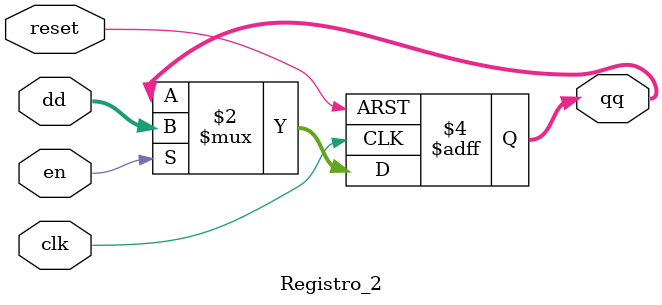
<source format=v>
`timescale 1ns / 1ps
module Registro_2(

input wire clk, reset ,
input wire en ,
input wire [1:0] dd ,
output reg [1:0] qq
);

always @(posedge clk, posedge reset)
if (reset)
qq <= 2'd0;
else if (en)
qq <= dd ;

endmodule

</source>
